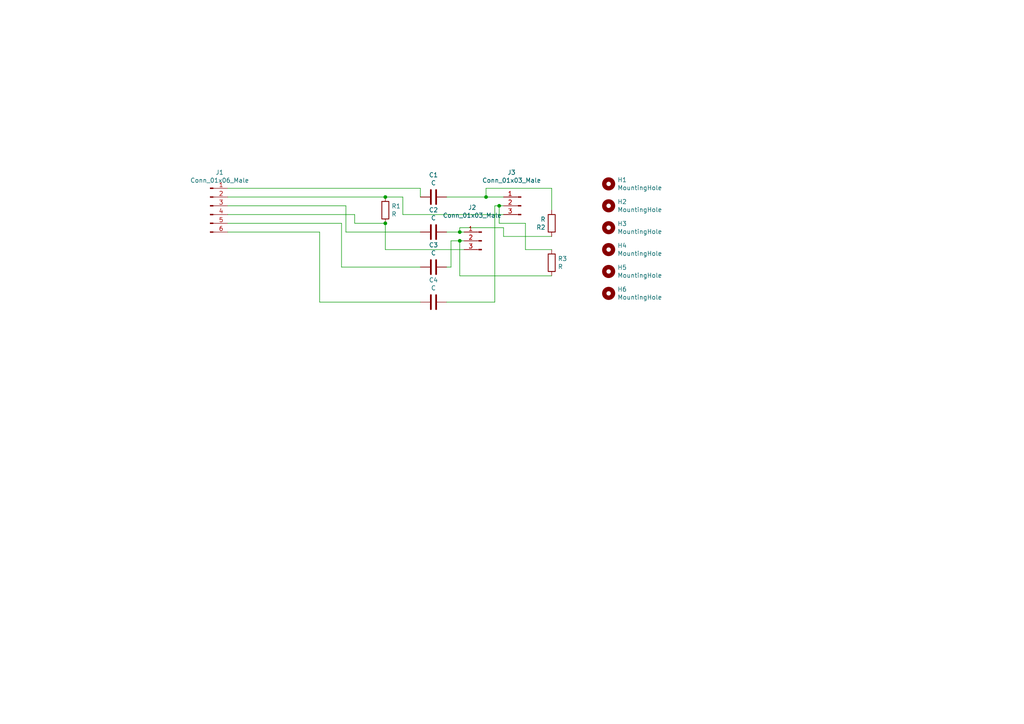
<source format=kicad_sch>
(kicad_sch (version 20211123) (generator eeschema)
  (paper "A4")
  (lib_symbols
    (symbol "Connector:Conn_01x03_Male" (pin_names (offset 1.016) hide)
      (property "Reference" "J" (at 0 5.08 0))
      (property "Value" "Conn_01x03_Male" (at 0 -5.08 0))
      (symbol "Conn_01x03_Male_1_1"
        (polyline (pts (xy 1.27 -2.54) (xy 0.8636 -2.54)) (stroke (width 0.1524)))
        (polyline (pts (xy 1.27 0) (xy 0.8636 0)) (stroke (width 0.1524)))
        (polyline (pts (xy 1.27 2.54) (xy 0.8636 2.54)) (stroke (width 0.1524)))
        (rectangle (start 0.8636 -2.413) (end 0 -2.667) (stroke (width 0.1524)) (fill (type outline)))
        (rectangle (start 0.8636 0.127) (end 0 -0.127) (stroke (width 0.1524)) (fill (type outline)))
        (rectangle (start 0.8636 2.667) (end 0 2.413) (stroke (width 0.1524)) (fill (type outline)))
        (pin passive line (at 5.08 2.54 180) (length 3.81) (name "Pin_1") (number "1"))
        (pin passive line (at 5.08 0 180) (length 3.81) (name "Pin_2") (number "2"))
        (pin passive line (at 5.08 -2.54 180) (length 3.81) (name "Pin_3") (number "3"))
      )
    )
    (symbol "Connector:Conn_01x06_Male" (pin_names (offset 1.016) hide)
      (property "Reference" "J" (at 0 7.62 0))
      (property "Value" "Conn_01x06_Male" (at 0 -10.16 0))
      (symbol "Conn_01x06_Male_1_1"
        (polyline (pts (xy 1.27 -7.62) (xy 0.8636 -7.62)) (stroke (width 0.1524)))
        (polyline (pts (xy 1.27 -5.08) (xy 0.8636 -5.08)) (stroke (width 0.1524)))
        (polyline (pts (xy 1.27 -2.54) (xy 0.8636 -2.54)) (stroke (width 0.1524)))
        (polyline (pts (xy 1.27 0) (xy 0.8636 0)) (stroke (width 0.1524)))
        (polyline (pts (xy 1.27 2.54) (xy 0.8636 2.54)) (stroke (width 0.1524)))
        (polyline (pts (xy 1.27 5.08) (xy 0.8636 5.08)) (stroke (width 0.1524)))
        (rectangle (start 0.8636 -7.493) (end 0 -7.747) (stroke (width 0.1524)) (fill (type outline)))
        (rectangle (start 0.8636 -4.953) (end 0 -5.207) (stroke (width 0.1524)) (fill (type outline)))
        (rectangle (start 0.8636 -2.413) (end 0 -2.667) (stroke (width 0.1524)) (fill (type outline)))
        (rectangle (start 0.8636 0.127) (end 0 -0.127) (stroke (width 0.1524)) (fill (type outline)))
        (rectangle (start 0.8636 2.667) (end 0 2.413) (stroke (width 0.1524)) (fill (type outline)))
        (rectangle (start 0.8636 5.207) (end 0 4.953) (stroke (width 0.1524)) (fill (type outline)))
        (pin passive line (at 5.08 5.08 180) (length 3.81) (name "Pin_1") (number "1"))
        (pin passive line (at 5.08 2.54 180) (length 3.81) (name "Pin_2") (number "2"))
        (pin passive line (at 5.08 0 180) (length 3.81) (name "Pin_3") (number "3"))
        (pin passive line (at 5.08 -2.54 180) (length 3.81) (name "Pin_4") (number "4"))
        (pin passive line (at 5.08 -5.08 180) (length 3.81) (name "Pin_5") (number "5"))
        (pin passive line (at 5.08 -7.62 180) (length 3.81) (name "Pin_6") (number "6"))
      )
    )
    (symbol "Device:C" (pin_numbers hide) (pin_names (offset 0.254))
      (property "Reference" "C" (at 0.635 2.54 0))
      (property "Value" "C" (at 0.635 -2.54 0))
      (symbol "C_0_1"
        (polyline (pts (xy -2.032 -0.762) (xy 2.032 -0.762)) (stroke (width 0.508)))
        (polyline (pts (xy -2.032 0.762) (xy 2.032 0.762)) (stroke (width 0.508)))
      )
      (symbol "C_1_1"
        (pin passive line (at 0 3.81 270) (length 2.794) (name "~") (number "1"))
        (pin passive line (at 0 -3.81 90) (length 2.794) (name "~") (number "2"))
      )
    )
    (symbol "Device:R" (pin_numbers hide) (pin_names (offset 0))
      (property "Reference" "R" (at 2.032 0 90))
      (property "Value" "R" (at 0 0 90))
      (symbol "R_0_1"
        (rectangle (start -1.016 -2.54) (end 1.016 2.54) (stroke (width 0.254)))
      )
      (symbol "R_1_1"
        (pin passive line (at 0 3.81 270) (length 1.27) (name "~") (number "1"))
        (pin passive line (at 0 -3.81 90) (length 1.27) (name "~") (number "2"))
      )
    )
    (symbol "Mechanical:MountingHole" (pin_names (offset 1.016))
      (property "Reference" "H" (at 0 5.08 0))
      (property "Value" "MountingHole" (at 0 3.175 0))
      (symbol "MountingHole_0_1"
        (circle (center 0 0) (radius 1.27) (stroke (width 1.27)))
      )
    )
  )
  (junction (at 133.35 69.85))
  (junction (at 111.76 57.15))
  (junction (at 133.35 67.31))
  (junction (at 144.78 59.69))
  (junction (at 111.76 64.77))
  (junction (at 140.97 57.15))
  (wire (pts (xy 134.62 72.39) (xy 111.76 72.39)))
  (wire (pts (xy 133.35 80.01) (xy 133.35 69.85)))
  (wire (pts (xy 133.35 67.31) (xy 134.62 67.31)))
  (wire (pts (xy 152.4 64.77) (xy 144.78 64.77)))
  (wire (pts (xy 66.04 54.61) (xy 121.92 54.61)))
  (wire (pts (xy 121.92 54.61) (xy 121.92 57.15)))
  (wire (pts (xy 121.92 67.31) (xy 100.33 67.31)))
  (wire (pts (xy 111.76 64.77) (xy 102.87 64.77)))
  (wire (pts (xy 146.05 68.58) (xy 146.05 66.04)))
  (wire (pts (xy 66.04 57.15) (xy 111.76 57.15)))
  (wire (pts (xy 116.84 57.15) (xy 116.84 62.23)))
  (wire (pts (xy 140.97 54.61) (xy 140.97 57.15)))
  (wire (pts (xy 133.35 66.04) (xy 133.35 67.31)))
  (wire (pts (xy 146.05 62.23) (xy 116.84 62.23)))
  (wire (pts (xy 129.54 57.15) (xy 140.97 57.15)))
  (wire (pts (xy 160.02 54.61) (xy 140.97 54.61)))
  (wire (pts (xy 130.81 69.85) (xy 133.35 69.85)))
  (wire (pts (xy 66.04 64.77) (xy 99.06 64.77)))
  (wire (pts (xy 144.78 59.69) (xy 143.51 59.69)))
  (wire (pts (xy 111.76 64.77) (xy 111.76 72.39)))
  (wire (pts (xy 92.71 87.63) (xy 121.92 87.63)))
  (wire (pts (xy 146.05 66.04) (xy 133.35 66.04)))
  (wire (pts (xy 129.54 87.63) (xy 143.51 87.63)))
  (wire (pts (xy 152.4 72.39) (xy 152.4 64.77)))
  (wire (pts (xy 102.87 62.23) (xy 66.04 62.23)))
  (wire (pts (xy 99.06 64.77) (xy 99.06 77.47)))
  (wire (pts (xy 130.81 77.47) (xy 129.54 77.47)))
  (wire (pts (xy 100.33 59.69) (xy 66.04 59.69)))
  (wire (pts (xy 99.06 77.47) (xy 121.92 77.47)))
  (wire (pts (xy 129.54 67.31) (xy 133.35 67.31)))
  (wire (pts (xy 100.33 67.31) (xy 100.33 59.69)))
  (wire (pts (xy 143.51 59.69) (xy 143.51 87.63)))
  (wire (pts (xy 160.02 60.96) (xy 160.02 54.61)))
  (wire (pts (xy 160.02 72.39) (xy 152.4 72.39)))
  (wire (pts (xy 133.35 69.85) (xy 134.62 69.85)))
  (wire (pts (xy 140.97 57.15) (xy 146.05 57.15)))
  (wire (pts (xy 130.81 69.85) (xy 130.81 77.47)))
  (wire (pts (xy 92.71 67.31) (xy 92.71 87.63)))
  (wire (pts (xy 144.78 64.77) (xy 144.78 59.69)))
  (wire (pts (xy 160.02 80.01) (xy 133.35 80.01)))
  (wire (pts (xy 146.05 59.69) (xy 144.78 59.69)))
  (wire (pts (xy 102.87 64.77) (xy 102.87 62.23)))
  (wire (pts (xy 66.04 67.31) (xy 92.71 67.31)))
  (wire (pts (xy 111.76 57.15) (xy 116.84 57.15)))
  (wire (pts (xy 160.02 68.58) (xy 146.05 68.58)))
  (symbol (lib_id "Connector:Conn_01x03_Male") (at 139.7 69.85 0) (mirror y) (unit 1)
    (property "Reference" "J2" (at 136.9568 60.1726 0))
    (property "Value" "Conn_01x03_Male" (at 136.9568 62.484 0))
    (property "Footprint" "prototype probe:Cap-Electrode" (effects hide))
  )
  (symbol (lib_id "Mechanical:MountingHole") (at 176.53 53.34 0) (unit 1)
    (property "Reference" "H1" (at 179.07 52.1716 0) (effects (justify left)))
    (property "Value" "MountingHole" (at 179.07 54.483 0) (effects (justify left)))
    (property "Footprint" "MountingHole:MountingHole_2.2mm_M2" (effects hide))
  )
  (symbol (lib_id "Mechanical:MountingHole") (at 176.53 66.04 0) (unit 1)
    (property "Reference" "H3" (at 179.07 64.8716 0) (effects (justify left)))
    (property "Value" "MountingHole" (at 179.07 67.183 0) (effects (justify left)))
    (property "Footprint" "MountingHole:MountingHole_2.2mm_M2" (effects hide))
  )
  (symbol (lib_id "Mechanical:MountingHole") (at 176.53 59.69 0) (unit 1)
    (property "Reference" "H2" (at 179.07 58.5216 0) (effects (justify left)))
    (property "Value" "MountingHole" (at 179.07 60.833 0) (effects (justify left)))
    (property "Footprint" "MountingHole:MountingHole_2.2mm_M2" (effects hide))
  )
  (symbol (lib_id "Mechanical:MountingHole") (at 176.53 72.39 0) (unit 1)
    (property "Reference" "H4" (at 179.07 71.2216 0) (effects (justify left)))
    (property "Value" "MountingHole" (at 179.07 73.533 0) (effects (justify left)))
    (property "Footprint" "MountingHole:MountingHole_2.2mm_M2" (effects hide))
  )
  (symbol (lib_id "Mechanical:MountingHole") (at 176.53 85.09 0) (unit 1)
    (property "Reference" "H6" (at 179.07 83.9216 0) (effects (justify left)))
    (property "Value" "MountingHole" (at 179.07 86.233 0) (effects (justify left)))
    (property "Footprint" "MountingHole:MountingHole_2.2mm_M2" (effects hide))
  )
  (symbol (lib_id "Mechanical:MountingHole") (at 176.53 78.74 0) (unit 1)
    (property "Reference" "H5" (at 179.07 77.5716 0) (effects (justify left)))
    (property "Value" "MountingHole" (at 179.07 79.883 0) (effects (justify left)))
    (property "Footprint" "MountingHole:MountingHole_2.2mm_M2" (effects hide))
  )
  (symbol (lib_id "Connector:Conn_01x03_Male") (at 151.13 59.69 0) (mirror y) (unit 1)
    (property "Reference" "J3" (at 148.3868 50.0126 0))
    (property "Value" "Conn_01x03_Male" (at 148.3868 52.324 0))
    (property "Footprint" "prototype probe:Cap-Electrode-Dielectric-Comp" (effects hide))
  )
  (symbol (lib_id "Connector:Conn_01x06_Male") (at 60.96 59.69 0) (unit 1)
    (property "Reference" "J1" (at 63.7032 50.0126 0))
    (property "Value" "Conn_01x06_Male" (at 63.7032 52.324 0))
    (property "Footprint" "Connector_PinHeader_2.54mm:PinHeader_1x06_P2.54mm_Vertical" (effects hide))
  )
  (symbol (lib_id "Device:C") (at 125.73 57.15 270) (unit 1)
    (property "Reference" "C1" (at 125.73 50.7492 90))
    (property "Value" "C" (at 125.73 53.0606 90))
    (property "Footprint" "Capacitor_SMD:C_0805_2012Metric_Pad1.18x1.45mm_HandSolder" (effects hide))
  )
  (symbol (lib_id "Device:R") (at 160.02 64.77 180) (unit 1)
    (property "Reference" "R2" (at 158.242 65.9384 0) (effects (justify left)))
    (property "Value" "R" (at 158.242 63.627 0) (effects (justify left)))
    (property "Footprint" "Resistor_SMD:R_0805_2012Metric_Pad1.20x1.40mm_HandSolder" (effects hide))
  )
  (symbol (lib_id "Device:R") (at 160.02 76.2 0) (unit 1)
    (property "Reference" "R3" (at 161.798 75.0316 0) (effects (justify left)))
    (property "Value" "R" (at 161.798 77.343 0) (effects (justify left)))
    (property "Footprint" "Resistor_SMD:R_0805_2012Metric_Pad1.20x1.40mm_HandSolder" (effects hide))
  )
  (symbol (lib_id "Device:C") (at 125.73 67.31 270) (unit 1)
    (property "Reference" "C2" (at 125.73 60.9092 90))
    (property "Value" "C" (at 125.73 63.2206 90))
    (property "Footprint" "Capacitor_SMD:C_0805_2012Metric_Pad1.18x1.45mm_HandSolder" (effects hide))
  )
  (symbol (lib_id "Device:C") (at 125.73 77.47 270) (unit 1)
    (property "Reference" "C3" (at 125.73 71.0692 90))
    (property "Value" "C" (at 125.73 73.3806 90))
    (property "Footprint" "Capacitor_SMD:C_0805_2012Metric_Pad1.18x1.45mm_HandSolder" (effects hide))
  )
  (symbol (lib_id "Device:C") (at 125.73 87.63 270) (unit 1)
    (property "Reference" "C4" (at 125.73 81.2292 90))
    (property "Value" "C" (at 125.73 83.5406 90))
    (property "Footprint" "Capacitor_SMD:C_0805_2012Metric_Pad1.18x1.45mm_HandSolder" (effects hide))
  )
  (symbol (lib_id "Device:R") (at 111.76 60.96 0) (unit 1)
    (property "Reference" "R1" (at 113.538 59.7916 0) (effects (justify left)))
    (property "Value" "R" (at 113.538 62.103 0) (effects (justify left)))
    (property "Footprint" "Resistor_SMD:R_0805_2012Metric_Pad1.20x1.40mm_HandSolder" (effects hide))
  )
)
</source>
